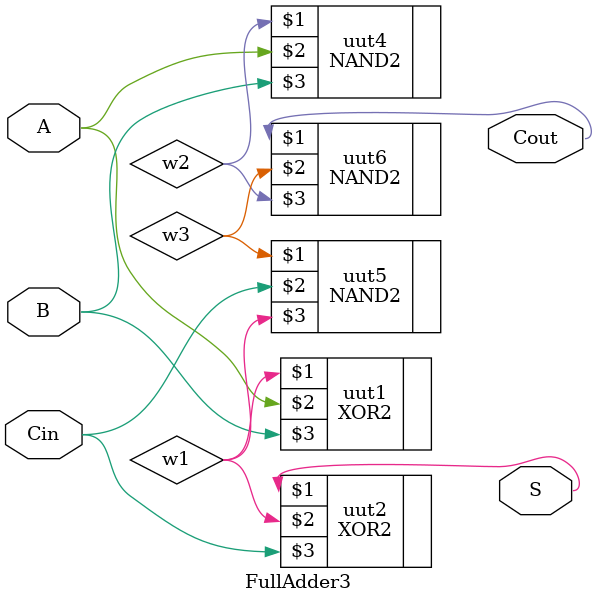
<source format=v>
`timescale 1ns / 1ps
module D_FF(clk,rst,D,Q);

	input clk, rst;
	input D;

	output Q;
	reg Q;

	//Rising Edge Clock, Falling Edge Reset
	//Async. Reset
	always @(posedge clk or negedge rst)
	begin
		if(!rst)
			Q <= 1'b0;
		else
			Q <= D;
	end

endmodule

module FullAdder1(A,B,Cin,S,Cout);

	input A, B, Cin;

	output S, Cout;
	wire S, Cout;

	assign {Cout,S} = A + B + Cin;

endmodule

module FullAdder2(A,B,Cin,S,Cout);

	input A, B, Cin;

	output S, Cout;
	reg S, Cout;

	always @(A or B or Cin)
	begin
		case({A,B,Cin})
		3'b000: {S,Cout} = 2'b00;
		3'b001: {S,Cout} = 2'b10;
		3'b010: {S,Cout} = 2'b10;
		3'b011: {S,Cout} = 2'b01;
		3'b100: {S,Cout} = 2'b10;
		3'b101: {S,Cout} = 2'b01;
		3'b110: {S,Cout} = 2'b01;
		3'b111: {S,Cout} = 2'b11;
		endcase
	end

endmodule

module FullAdder3(A,B,Cin,S,Cout);

	input A, B, Cin;

	output S, Cout;
	wire S, Cout;

	wire w1, w2, w3;

	//Using Gate
	XOR2 uut1 (w1,A,B);
	XOR2 uut2 (S,w1,Cin);

	NAND2 uut4 (w2,A,B);
	NAND2 uut5 (w3,Cin,w1);
	NAND2 uut6 (Cout,w3,w2);

endmodule

</source>
